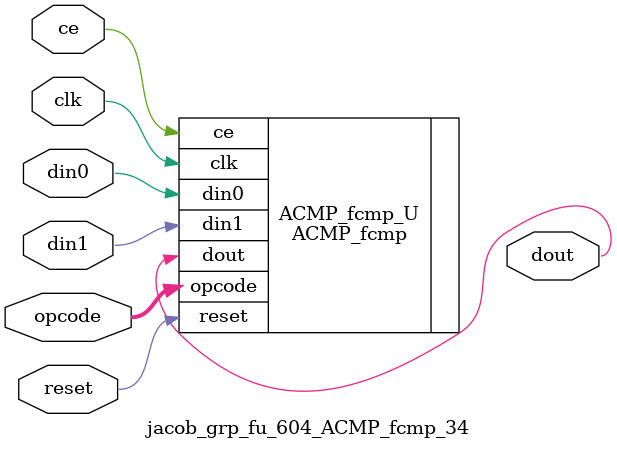
<source format=v>

`timescale 1 ns / 1 ps
module jacob_grp_fu_604_ACMP_fcmp_34(
    clk,
    reset,
    ce,
    din0,
    din1,
    opcode,
    dout);

parameter ID = 32'd1;
parameter NUM_STAGE = 32'd1;
parameter din0_WIDTH = 32'd1;
parameter din1_WIDTH = 32'd1;
parameter dout_WIDTH = 32'd1;
input clk;
input reset;
input ce;
input[din0_WIDTH - 1:0] din0;
input[din1_WIDTH - 1:0] din1;
input[5 - 1:0] opcode;
output[dout_WIDTH - 1:0] dout;



ACMP_fcmp #(
.ID( ID ),
.NUM_STAGE( 2 ),
.din0_WIDTH( din0_WIDTH ),
.din1_WIDTH( din1_WIDTH ),
.dout_WIDTH( dout_WIDTH ))
ACMP_fcmp_U(
    .clk( clk ),
    .reset( reset ),
    .ce( ce ),
    .din0( din0 ),
    .din1( din1 ),
    .dout( dout ),
    .opcode( opcode ));

endmodule

</source>
